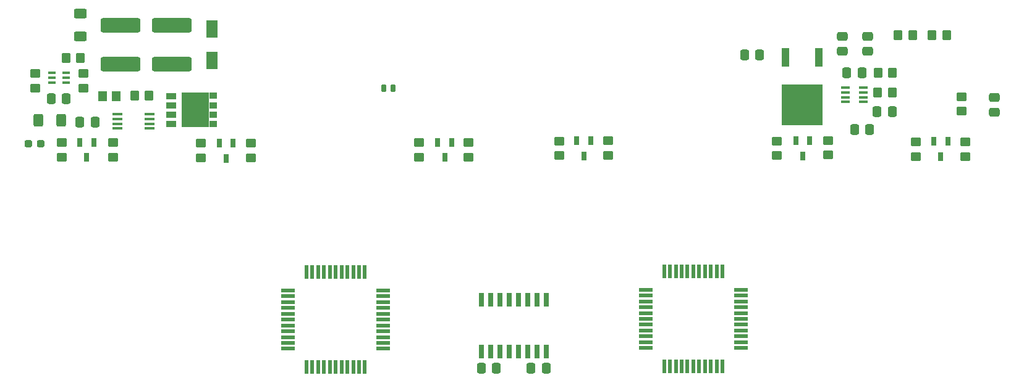
<source format=gbr>
%TF.GenerationSoftware,KiCad,Pcbnew,8.0.6*%
%TF.CreationDate,2024-10-16T19:54:22+02:00*%
%TF.ProjectId,nixie_alarm_main_board,6e697869-655f-4616-9c61-726d5f6d6169,rev?*%
%TF.SameCoordinates,Original*%
%TF.FileFunction,Paste,Top*%
%TF.FilePolarity,Positive*%
%FSLAX46Y46*%
G04 Gerber Fmt 4.6, Leading zero omitted, Abs format (unit mm)*
G04 Created by KiCad (PCBNEW 8.0.6) date 2024-10-16 19:54:22*
%MOMM*%
%LPD*%
G01*
G04 APERTURE LIST*
G04 Aperture macros list*
%AMRoundRect*
0 Rectangle with rounded corners*
0 $1 Rounding radius*
0 $2 $3 $4 $5 $6 $7 $8 $9 X,Y pos of 4 corners*
0 Add a 4 corners polygon primitive as box body*
4,1,4,$2,$3,$4,$5,$6,$7,$8,$9,$2,$3,0*
0 Add four circle primitives for the rounded corners*
1,1,$1+$1,$2,$3*
1,1,$1+$1,$4,$5*
1,1,$1+$1,$6,$7*
1,1,$1+$1,$8,$9*
0 Add four rect primitives between the rounded corners*
20,1,$1+$1,$2,$3,$4,$5,0*
20,1,$1+$1,$4,$5,$6,$7,0*
20,1,$1+$1,$6,$7,$8,$9,0*
20,1,$1+$1,$8,$9,$2,$3,0*%
G04 Aperture macros list end*
%ADD10RoundRect,0.250000X-0.450000X0.350000X-0.450000X-0.350000X0.450000X-0.350000X0.450000X0.350000X0*%
%ADD11R,0.600000X1.900000*%
%ADD12R,1.900000X0.600000*%
%ADD13RoundRect,0.250000X0.337500X0.475000X-0.337500X0.475000X-0.337500X-0.475000X0.337500X-0.475000X0*%
%ADD14RoundRect,0.249999X2.450001X-0.737501X2.450001X0.737501X-2.450001X0.737501X-2.450001X-0.737501X0*%
%ADD15RoundRect,0.250000X-0.350000X-0.450000X0.350000X-0.450000X0.350000X0.450000X-0.350000X0.450000X0*%
%ADD16R,0.650000X1.200000*%
%ADD17R,1.000000X0.400000*%
%ADD18R,1.400000X0.450000*%
%ADD19R,1.200000X0.450000*%
%ADD20RoundRect,0.250000X0.350000X0.450000X-0.350000X0.450000X-0.350000X-0.450000X0.350000X-0.450000X0*%
%ADD21RoundRect,0.250000X-0.475000X0.337500X-0.475000X-0.337500X0.475000X-0.337500X0.475000X0.337500X0*%
%ADD22RoundRect,0.250000X0.625000X-0.400000X0.625000X0.400000X-0.625000X0.400000X-0.625000X-0.400000X0*%
%ADD23R,1.150000X1.450000*%
%ADD24RoundRect,0.250000X-0.337500X-0.475000X0.337500X-0.475000X0.337500X0.475000X-0.337500X0.475000X0*%
%ADD25R,1.060000X2.600000*%
%ADD26R,5.632000X5.700000*%
%ADD27R,0.700000X1.825000*%
%ADD28RoundRect,0.250000X0.450000X-0.350000X0.450000X0.350000X-0.450000X0.350000X-0.450000X-0.350000X0*%
%ADD29RoundRect,0.250000X0.400000X0.625000X-0.400000X0.625000X-0.400000X-0.625000X0.400000X-0.625000X0*%
%ADD30RoundRect,0.062500X0.250000X-0.437500X0.250000X0.437500X-0.250000X0.437500X-0.250000X-0.437500X0*%
%ADD31RoundRect,0.250000X0.475000X-0.337500X0.475000X0.337500X-0.475000X0.337500X-0.475000X-0.337500X0*%
%ADD32R,1.550000X2.350000*%
%ADD33R,1.450000X0.850000*%
%ADD34R,1.050000X0.850000*%
%ADD35R,3.750000X4.700000*%
%ADD36RoundRect,0.237500X-0.287500X-0.237500X0.287500X-0.237500X0.287500X0.237500X-0.287500X0.237500X0*%
G04 APERTURE END LIST*
D10*
%TO.C,R39*%
X142850000Y-92928000D03*
X142850000Y-94928000D03*
%TD*%
D11*
%TO.C,IC4*%
X135450000Y-110728000D03*
X134650000Y-110728000D03*
X133850000Y-110728000D03*
X133050000Y-110728000D03*
X132250000Y-110728000D03*
X131450000Y-110728000D03*
X130650000Y-110728000D03*
X129850000Y-110728000D03*
X129050000Y-110728000D03*
X128250000Y-110728000D03*
X127450000Y-110728000D03*
D12*
X124950000Y-113228000D03*
X124950000Y-114028000D03*
X124950000Y-114828000D03*
X124950000Y-115628000D03*
X124950000Y-116428000D03*
X124950000Y-117228000D03*
X124950000Y-118028000D03*
X124950000Y-118828000D03*
X124950000Y-119628000D03*
X124950000Y-120428000D03*
X124950000Y-121228000D03*
D11*
X127450000Y-123728000D03*
X128250000Y-123728000D03*
X129050000Y-123728000D03*
X129850000Y-123728000D03*
X130650000Y-123728000D03*
X131450000Y-123728000D03*
X132250000Y-123728000D03*
X133050000Y-123728000D03*
X133850000Y-123728000D03*
X134650000Y-123728000D03*
X135450000Y-123728000D03*
D12*
X137950000Y-121228000D03*
X137950000Y-120428000D03*
X137950000Y-119628000D03*
X137950000Y-118828000D03*
X137950000Y-118028000D03*
X137950000Y-117228000D03*
X137950000Y-116428000D03*
X137950000Y-115628000D03*
X137950000Y-114828000D03*
X137950000Y-114028000D03*
X137950000Y-113228000D03*
%TD*%
D13*
%TO.C,C28*%
X189550000Y-80878000D03*
X187475000Y-80878000D03*
%TD*%
D14*
%TO.C,C2*%
X102000000Y-82137500D03*
X102000000Y-76862500D03*
%TD*%
D10*
%TO.C,R38*%
X162050000Y-92728000D03*
X162050000Y-94728000D03*
%TD*%
D15*
%TO.C,R13*%
X103900000Y-86450000D03*
X105900000Y-86450000D03*
%TD*%
D16*
%TO.C,Q4*%
X166410000Y-92678000D03*
X164490000Y-92678000D03*
X165450000Y-94778000D03*
%TD*%
D17*
%TO.C,IC8*%
X92550000Y-83378000D03*
X92550000Y-84028000D03*
X92550000Y-84678000D03*
X94550000Y-84678000D03*
X94550000Y-84028000D03*
X94550000Y-83378000D03*
%TD*%
D18*
%TO.C,IC1*%
X101550000Y-89053000D03*
X101550000Y-89703000D03*
X101550000Y-90353000D03*
X101550000Y-91003000D03*
X105950000Y-91003000D03*
X105950000Y-90353000D03*
X105950000Y-89703000D03*
X105950000Y-89053000D03*
%TD*%
D13*
%TO.C,C7*%
X160287500Y-123928000D03*
X158212500Y-123928000D03*
%TD*%
D10*
%TO.C,R34*%
X100950000Y-92928000D03*
X100950000Y-94928000D03*
%TD*%
D19*
%TO.C,IC3*%
X201262500Y-85403000D03*
X201262500Y-86053000D03*
X201262500Y-86703000D03*
X201262500Y-87353000D03*
X203762500Y-87353000D03*
X203762500Y-86703000D03*
X203762500Y-86053000D03*
X203762500Y-85403000D03*
%TD*%
D16*
%TO.C,Q5*%
X147350000Y-92878000D03*
X145430000Y-92878000D03*
X146390000Y-94978000D03*
%TD*%
D20*
%TO.C,R4*%
X210480000Y-78150000D03*
X208480000Y-78150000D03*
%TD*%
D10*
%TO.C,R40*%
X112950000Y-93028000D03*
X112950000Y-95028000D03*
%TD*%
D21*
%TO.C,C25*%
X204300000Y-78340500D03*
X204300000Y-80415500D03*
%TD*%
D10*
%TO.C,R6*%
X217220000Y-86610000D03*
X217220000Y-88610000D03*
%TD*%
D22*
%TO.C,R12*%
X96500000Y-78350000D03*
X96500000Y-75250000D03*
%TD*%
D10*
%TO.C,R29*%
X217750000Y-92828000D03*
X217750000Y-94828000D03*
%TD*%
D13*
%TO.C,C16*%
X94537500Y-86928000D03*
X92462500Y-86928000D03*
%TD*%
D16*
%TO.C,Q2*%
X215310000Y-92778000D03*
X213390000Y-92778000D03*
X214350000Y-94878000D03*
%TD*%
D23*
%TO.C,C11*%
X99550000Y-86528000D03*
X101350000Y-86528000D03*
%TD*%
D24*
%TO.C,C5*%
X202512500Y-91150000D03*
X204587500Y-91150000D03*
%TD*%
D25*
%TO.C,IC7*%
X197600000Y-81228000D03*
D26*
X195314000Y-87778000D03*
D25*
X193028000Y-81228000D03*
%TD*%
D10*
%TO.C,R37*%
X191850000Y-92728000D03*
X191850000Y-94728000D03*
%TD*%
%TO.C,R24*%
X198950000Y-92628000D03*
X198950000Y-94628000D03*
%TD*%
D16*
%TO.C,Q6*%
X117410000Y-92978000D03*
X115490000Y-92978000D03*
X116450000Y-95078000D03*
%TD*%
D10*
%TO.C,R41*%
X93950000Y-92928000D03*
X93950000Y-94928000D03*
%TD*%
D16*
%TO.C,Q3*%
X196410000Y-92678000D03*
X194490000Y-92678000D03*
X195450000Y-94778000D03*
%TD*%
D27*
%TO.C,IC6*%
X160345000Y-114466000D03*
X159075000Y-114466000D03*
X157805000Y-114466000D03*
X156535000Y-114466000D03*
X155265000Y-114466000D03*
X153995000Y-114466000D03*
X152725000Y-114466000D03*
X151455000Y-114466000D03*
X151455000Y-121590000D03*
X152725000Y-121590000D03*
X153995000Y-121590000D03*
X155265000Y-121590000D03*
X156535000Y-121590000D03*
X157805000Y-121590000D03*
X159075000Y-121590000D03*
X160345000Y-121590000D03*
%TD*%
D10*
%TO.C,R26*%
X168750000Y-92678000D03*
X168750000Y-94678000D03*
%TD*%
D24*
%TO.C,C26*%
X201462500Y-83378000D03*
X203537500Y-83378000D03*
%TD*%
D28*
%TO.C,R42*%
X90250000Y-85428000D03*
X90250000Y-83428000D03*
%TD*%
D20*
%TO.C,R1*%
X207750000Y-83378000D03*
X205750000Y-83378000D03*
%TD*%
D28*
%TO.C,R43*%
X96850000Y-85428000D03*
X96850000Y-83428000D03*
%TD*%
D15*
%TO.C,R3*%
X213150000Y-78160000D03*
X215150000Y-78160000D03*
%TD*%
D10*
%TO.C,R32*%
X119850000Y-93028000D03*
X119850000Y-95028000D03*
%TD*%
D21*
%TO.C,C24*%
X221700000Y-86692500D03*
X221700000Y-88767500D03*
%TD*%
D10*
%TO.C,R36*%
X210950000Y-92828000D03*
X210950000Y-94828000D03*
%TD*%
D13*
%TO.C,C27*%
X207687500Y-88700000D03*
X205612500Y-88700000D03*
%TD*%
D14*
%TO.C,C23*%
X109000000Y-82137500D03*
X109000000Y-76862500D03*
%TD*%
D20*
%TO.C,R5*%
X96500000Y-81300000D03*
X94500000Y-81300000D03*
%TD*%
D15*
%TO.C,R2*%
X205700000Y-86050000D03*
X207700000Y-86050000D03*
%TD*%
D29*
%TO.C,R10*%
X93850000Y-89900000D03*
X90750000Y-89900000D03*
%TD*%
D24*
%TO.C,C6*%
X151412500Y-123878000D03*
X153487500Y-123878000D03*
%TD*%
D30*
%TO.C,D4*%
X138050000Y-85490000D03*
X139275000Y-85490000D03*
%TD*%
D31*
%TO.C,C17*%
X200850000Y-80415500D03*
X200850000Y-78340500D03*
%TD*%
D32*
%TO.C,D2*%
X114500000Y-81650000D03*
X114500000Y-77350000D03*
%TD*%
D16*
%TO.C,Q7*%
X98310000Y-92878000D03*
X96390000Y-92878000D03*
X97350000Y-94978000D03*
%TD*%
D11*
%TO.C,IC2*%
X184450000Y-110628000D03*
X183650000Y-110628000D03*
X182850000Y-110628000D03*
X182050000Y-110628000D03*
X181250000Y-110628000D03*
X180450000Y-110628000D03*
X179650000Y-110628000D03*
X178850000Y-110628000D03*
X178050000Y-110628000D03*
X177250000Y-110628000D03*
X176450000Y-110628000D03*
D12*
X173950000Y-113128000D03*
X173950000Y-113928000D03*
X173950000Y-114728000D03*
X173950000Y-115528000D03*
X173950000Y-116328000D03*
X173950000Y-117128000D03*
X173950000Y-117928000D03*
X173950000Y-118728000D03*
X173950000Y-119528000D03*
X173950000Y-120328000D03*
X173950000Y-121128000D03*
D11*
X176450000Y-123628000D03*
X177250000Y-123628000D03*
X178050000Y-123628000D03*
X178850000Y-123628000D03*
X179650000Y-123628000D03*
X180450000Y-123628000D03*
X181250000Y-123628000D03*
X182050000Y-123628000D03*
X182850000Y-123628000D03*
X183650000Y-123628000D03*
X184450000Y-123628000D03*
D12*
X186950000Y-121128000D03*
X186950000Y-120328000D03*
X186950000Y-119528000D03*
X186950000Y-118728000D03*
X186950000Y-117928000D03*
X186950000Y-117128000D03*
X186950000Y-116328000D03*
X186950000Y-115528000D03*
X186950000Y-114728000D03*
X186950000Y-113928000D03*
X186950000Y-113128000D03*
%TD*%
D33*
%TO.C,Q8*%
X108950000Y-86523000D03*
X108950000Y-87793000D03*
X108950000Y-89063000D03*
X108950000Y-90333000D03*
D34*
X114650000Y-90353000D03*
X114650000Y-89063000D03*
X114650000Y-87793000D03*
X114650000Y-86503000D03*
D35*
X112250000Y-88428000D03*
%TD*%
D24*
%TO.C,C12*%
X96412500Y-90150000D03*
X98487500Y-90150000D03*
%TD*%
D28*
%TO.C,R30*%
X149650000Y-94928000D03*
X149650000Y-92928000D03*
%TD*%
D36*
%TO.C,D5*%
X89325000Y-93100000D03*
X91075000Y-93100000D03*
%TD*%
M02*

</source>
